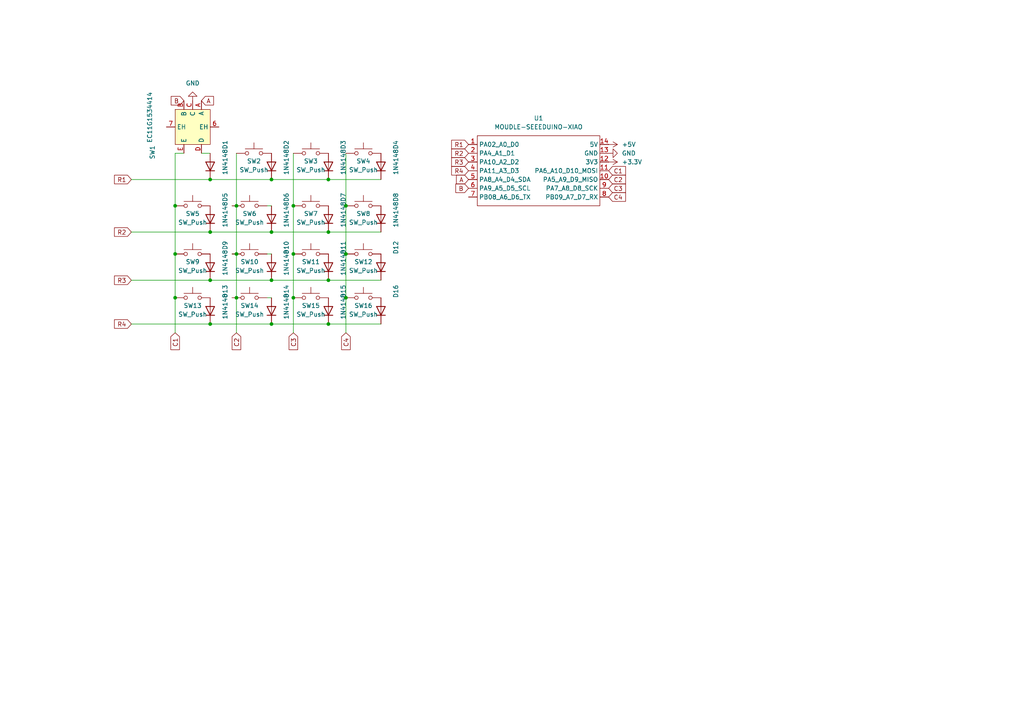
<source format=kicad_sch>
(kicad_sch (version 20231120) (generator "eeschema") (generator_version "8.0")
  (paper "A4")
  (lib_symbols
    (symbol "Diode:1N4148" (pin_numbers hide) (pin_names hide)
      (property "Reference" "D" (at 0 2.54 0))
      (property "Value" "1N4148" (at 0 -2.54 0))
      (symbol "1N4148_0_1"
        (polyline (pts (xy -1.27 1.27) (xy -1.27 -1.27)) (stroke (width 0.254)))
        (polyline (pts (xy 1.27 0) (xy -1.27 0)))
        (polyline (pts (xy 1.27 1.27) (xy 1.27 -1.27) (xy -1.27 0) (xy 1.27 1.27)) (stroke (width 0.254)))
      )
      (symbol "1N4148_1_1"
        (pin passive line (at -3.81 0 0) (length 2.54) (name "K") (number "1"))
        (pin passive line (at 3.81 0 180) (length 2.54) (name "A") (number "2"))
      )
    )
    (symbol "Switch:SW_Push" (pin_numbers hide) (pin_names (offset 1.016) hide)
      (property "Reference" "SW" (at 1.27 2.54 0))
      (property "Value" "SW_Push" (at 0 -1.524 0))
      (symbol "SW_Push_0_1"
        (circle (center -2.032 0) (radius 0.508))
        (polyline (pts (xy 0 1.27) (xy 0 3.048)))
        (polyline (pts (xy 2.54 1.27) (xy -2.54 1.27)))
        (circle (center 2.032 0) (radius 0.508))
        (pin passive line (at -5.08 0 0) (length 2.54) (name "1") (number "1"))
        (pin passive line (at 5.08 0 180) (length 2.54) (name "2") (number "2"))
      )
    )
    (symbol "XIAO_RP2040:MOUDLE-SEEEDUINO-XIAO"
      (property "Reference" "U" (at -16.51 11.43 0))
      (property "Value" "MOUDLE-SEEEDUINO-XIAO" (at -3.81 -11.43 0))
      (symbol "MOUDLE-SEEEDUINO-XIAO_0_1"
        (rectangle (start -16.51 10.16) (end 19.05 -10.16))
      )
      (symbol "MOUDLE-SEEEDUINO-XIAO_1_1"
        (pin passive line (at -19.05 7.62 0) (length 2.54) (name "PA02_A0_D0") (number "1"))
        (pin passive line (at 21.59 -2.54 180) (length 2.54) (name "PA5_A9_D9_MISO") (number "10"))
        (pin passive line (at 21.59 0 180) (length 2.54) (name "PA6_A10_D10_MOSI") (number "11"))
        (pin passive line (at 21.59 2.54 180) (length 2.54) (name "3V3") (number "12"))
        (pin passive line (at 21.59 5.08 180) (length 2.54) (name "GND") (number "13"))
        (pin passive line (at 21.59 7.62 180) (length 2.54) (name "5V") (number "14"))
        (pin passive line (at -19.05 5.08 0) (length 2.54) (name "PA4_A1_D1") (number "2"))
        (pin passive line (at -19.05 2.54 0) (length 2.54) (name "PA10_A2_D2") (number "3"))
        (pin passive line (at -19.05 0 0) (length 2.54) (name "PA11_A3_D3") (number "4"))
        (pin passive line (at -19.05 -2.54 0) (length 2.54) (name "PA8_A4_D4_SDA") (number "5"))
        (pin passive line (at -19.05 -5.08 0) (length 2.54) (name "PA9_A5_D5_SCL") (number "6"))
        (pin passive line (at -19.05 -7.62 0) (length 2.54) (name "PB08_A6_D6_TX") (number "7"))
        (pin passive line (at 21.59 -7.62 180) (length 2.54) (name "PB09_A7_D7_RX") (number "8"))
        (pin passive line (at 21.59 -5.08 180) (length 2.54) (name "PA7_A8_D8_SCK") (number "9"))
      )
    )
    (symbol "easyeda2kicad:EC11G1534414"
      (property "Reference" "SW" (at 0 12.7 0))
      (property "Value" "EC11G1534414" (at 0 -12.7 0))
      (symbol "EC11G1534414_0_1"
        (rectangle (start -5.08 5.08) (end 5.08 -5.08) (fill (type background)))
        (pin unspecified line (at -7.62 0 0) (length 2.54) (name "EH") (number "6"))
        (pin unspecified line (at 7.62 0 180) (length 2.54) (name "EH") (number "7"))
        (pin unspecified line (at -2.54 -7.62 90) (length 2.54) (name "A") (number "A"))
        (pin unspecified line (at 2.54 -7.62 90) (length 2.54) (name "B") (number "B"))
        (pin unspecified line (at 0 -7.62 90) (length 2.54) (name "C") (number "C"))
        (pin unspecified line (at -2.54 7.62 270) (length 2.54) (name "D") (number "D"))
        (pin unspecified line (at 2.54 7.62 270) (length 2.54) (name "E") (number "E"))
      )
    )
    (symbol "power:+3.3V" (power) (pin_numbers hide) (pin_names (offset 0) hide)
      (property "Value" "+3.3V" (at 0 3.556 0))
      (symbol "+3.3V_0_1"
        (polyline (pts (xy -0.762 1.27) (xy 0 2.54)))
        (polyline (pts (xy 0 0) (xy 0 2.54)))
        (polyline (pts (xy 0 2.54) (xy 0.762 1.27)))
      )
      (symbol "+3.3V_1_1"
        (pin power_in line (at 0 0 90) (length 0) (name "~") (number "1"))
      )
    )
    (symbol "power:+5V" (power) (pin_numbers hide) (pin_names (offset 0) hide)
      (property "Value" "+5V" (at 0 3.556 0))
      (symbol "+5V_0_1"
        (polyline (pts (xy -0.762 1.27) (xy 0 2.54)))
        (polyline (pts (xy 0 0) (xy 0 2.54)))
        (polyline (pts (xy 0 2.54) (xy 0.762 1.27)))
      )
      (symbol "+5V_1_1"
        (pin power_in line (at 0 0 90) (length 0) (name "~") (number "1"))
      )
    )
    (symbol "power:GND" (power) (pin_numbers hide) (pin_names (offset 0) hide)
      (property "Value" "GND" (at 0 -3.81 0))
      (symbol "GND_0_1"
        (polyline (pts (xy 0 0) (xy 0 -1.27) (xy 1.27 -1.27) (xy 0 -2.54) (xy -1.27 -1.27) (xy 0 -1.27)))
      )
      (symbol "GND_1_1"
        (pin power_in line (at 0 0 270) (length 0) (name "~") (number "1"))
      )
    )
  )
  (junction (at 60.96 93.98))
  (junction (at 78.74 93.98))
  (junction (at 95.25 93.98))
  (junction (at 78.74 52.07))
  (junction (at 60.96 52.07))
  (junction (at 68.58 59.69))
  (junction (at 60.96 67.31))
  (junction (at 100.33 73.66))
  (junction (at 68.58 73.66))
  (junction (at 78.74 67.31))
  (junction (at 50.8 86.36))
  (junction (at 85.09 59.69))
  (junction (at 100.33 86.36))
  (junction (at 95.25 52.07))
  (junction (at 50.8 73.66))
  (junction (at 95.25 67.31))
  (junction (at 68.58 86.36))
  (junction (at 100.33 59.69))
  (junction (at 85.09 73.66))
  (junction (at 60.96 81.28))
  (junction (at 50.8 59.69))
  (junction (at 85.09 86.36))
  (junction (at 95.25 81.28))
  (junction (at 78.74 81.28))
  (wire (pts (xy 38.1 52.07) (xy 60.96 52.07)))
  (wire (pts (xy 78.74 81.28) (xy 95.25 81.28)))
  (wire (pts (xy 78.74 93.98) (xy 95.25 93.98)))
  (wire (pts (xy 100.33 44.45) (xy 100.33 59.69)))
  (wire (pts (xy 50.8 44.45) (xy 53.34 44.45)))
  (wire (pts (xy 38.1 93.98) (xy 60.96 93.98)))
  (wire (pts (xy 85.09 59.69) (xy 85.09 73.66)))
  (wire (pts (xy 78.74 67.31) (xy 95.25 67.31)))
  (wire (pts (xy 38.1 81.28) (xy 60.96 81.28)))
  (wire (pts (xy 95.25 52.07) (xy 110.49 52.07)))
  (wire (pts (xy 95.25 93.98) (xy 110.49 93.98)))
  (wire (pts (xy 95.25 67.31) (xy 110.49 67.31)))
  (wire (pts (xy 68.58 44.45) (xy 68.58 59.69)))
  (wire (pts (xy 60.96 81.28) (xy 78.74 81.28)))
  (wire (pts (xy 50.8 86.36) (xy 50.8 96.52)))
  (wire (pts (xy 77.47 86.36) (xy 78.74 86.36)))
  (wire (pts (xy 60.96 52.07) (xy 78.74 52.07)))
  (wire (pts (xy 68.58 86.36) (xy 68.58 96.52)))
  (wire (pts (xy 95.25 81.28) (xy 110.49 81.28)))
  (wire (pts (xy 85.09 73.66) (xy 85.09 86.36)))
  (wire (pts (xy 68.58 73.66) (xy 68.58 86.36)))
  (wire (pts (xy 38.1 67.31) (xy 60.96 67.31)))
  (wire (pts (xy 77.47 59.69) (xy 78.74 59.69)))
  (wire (pts (xy 67.31 59.69) (xy 68.58 59.69)))
  (wire (pts (xy 67.31 86.36) (xy 68.58 86.36)))
  (wire (pts (xy 58.42 44.45) (xy 60.96 44.45)))
  (wire (pts (xy 85.09 86.36) (xy 85.09 96.52)))
  (wire (pts (xy 77.47 73.66) (xy 78.74 73.66)))
  (wire (pts (xy 100.33 86.36) (xy 100.33 96.52)))
  (wire (pts (xy 50.8 44.45) (xy 50.8 59.69)))
  (wire (pts (xy 78.74 52.07) (xy 95.25 52.07)))
  (wire (pts (xy 85.09 44.45) (xy 85.09 59.69)))
  (wire (pts (xy 60.96 67.31) (xy 78.74 67.31)))
  (wire (pts (xy 100.33 73.66) (xy 100.33 86.36)))
  (wire (pts (xy 50.8 73.66) (xy 50.8 86.36)))
  (wire (pts (xy 50.8 59.69) (xy 50.8 73.66)))
  (wire (pts (xy 100.33 59.69) (xy 100.33 73.66)))
  (wire (pts (xy 60.96 93.98) (xy 78.74 93.98)))
  (wire (pts (xy 67.31 73.66) (xy 68.58 73.66)))
  (wire (pts (xy 68.58 59.69) (xy 68.58 73.66)))
  (global_label "R1" (shape input) (at 135.89 41.91 180) (property "Intersheetrefs" "${INTERSHEET_REFS}" (effects (hide yes))))
  (global_label "C4" (shape input) (at 176.53 57.15 0) (property "Intersheetrefs" "${INTERSHEET_REFS}" (effects (hide yes))))
  (global_label "R2" (shape input) (at 135.89 44.45 180) (property "Intersheetrefs" "${INTERSHEET_REFS}" (effects (hide yes))))
  (global_label "C4" (shape input) (at 100.33 96.52 270) (property "Intersheetrefs" "${INTERSHEET_REFS}" (effects (hide yes))))
  (global_label "C2" (shape input) (at 176.53 52.07 0) (property "Intersheetrefs" "${INTERSHEET_REFS}" (effects (hide yes))))
  (global_label "C2" (shape input) (at 68.58 96.52 270) (property "Intersheetrefs" "${INTERSHEET_REFS}" (effects (hide yes))))
  (global_label "B" (shape input) (at 53.34 29.21 180) (property "Intersheetrefs" "${INTERSHEET_REFS}" (effects (hide yes))))
  (global_label "A" (shape input) (at 58.42 29.21 0) (property "Intersheetrefs" "${INTERSHEET_REFS}" (effects (hide yes))))
  (global_label "A" (shape input) (at 135.89 52.07 180) (property "Intersheetrefs" "${INTERSHEET_REFS}" (effects (hide yes))))
  (global_label "R3" (shape input) (at 38.1 81.28 180) (property "Intersheetrefs" "${INTERSHEET_REFS}" (effects (hide yes))))
  (global_label "R3" (shape input) (at 135.89 46.99 180) (property "Intersheetrefs" "${INTERSHEET_REFS}" (effects (hide yes))))
  (global_label "R1" (shape input) (at 38.1 52.07 180) (property "Intersheetrefs" "${INTERSHEET_REFS}" (effects (hide yes))))
  (global_label "C1" (shape input) (at 50.8 96.52 270) (property "Intersheetrefs" "${INTERSHEET_REFS}" (effects (hide yes))))
  (global_label "R4" (shape input) (at 135.89 49.53 180) (property "Intersheetrefs" "${INTERSHEET_REFS}" (effects (hide yes))))
  (global_label "C1" (shape input) (at 176.53 49.53 0) (property "Intersheetrefs" "${INTERSHEET_REFS}" (effects (hide yes))))
  (global_label "B" (shape input) (at 135.89 54.61 180) (property "Intersheetrefs" "${INTERSHEET_REFS}" (effects (hide yes))))
  (global_label "R4" (shape input) (at 38.1 93.98 180) (property "Intersheetrefs" "${INTERSHEET_REFS}" (effects (hide yes))))
  (global_label "C3" (shape input) (at 176.53 54.61 0) (property "Intersheetrefs" "${INTERSHEET_REFS}" (effects (hide yes))))
  (global_label "R2" (shape input) (at 38.1 67.31 180) (property "Intersheetrefs" "${INTERSHEET_REFS}" (effects (hide yes))))
  (global_label "C3" (shape input) (at 85.09 96.52 270) (property "Intersheetrefs" "${INTERSHEET_REFS}" (effects (hide yes))))
  (symbol (lib_id "Switch:SW_Push") (at 105.41 44.45 0) (unit 1)
    (property "Reference" "SW4" (at 105.41 46.736 0))
    (property "Value" "SW_Push" (at 105.41 49.276 0))
    (property "Footprint" "Extra:SW_Cherry_MX_1.00u_PCB" (effects (hide yes)))
    (property "Description" "Push button switch, generic, two pins" (effects (hide yes)))
  )
  (symbol (lib_id "Switch:SW_Push") (at 55.88 86.36 0) (unit 1)
    (property "Reference" "SW13" (at 55.88 88.646 0))
    (property "Value" "SW_Push" (at 55.88 91.186 0))
    (property "Footprint" "Extra:SW_Cherry_MX_1.00u_PCB" (effects (hide yes)))
    (property "Description" "Push button switch, generic, two pins" (effects (hide yes)))
  )
  (symbol (lib_id "Diode:1N4148") (at 78.74 48.26 90) (unit 1)
    (property "Reference" "D2" (at 83.058 40.64 0) (effects (justify right)))
    (property "Value" "1N4148" (at 83.058 43.18 0) (effects (justify right)))
    (property "Footprint" "Diode_THT:D_DO-35_SOD27_P7.62mm_Horizontal" (effects (hide yes)))
    (property "Datasheet" "https://assets.nexperia.com/documents/data-sheet/1N4148_1N4448.pdf" (effects (hide yes)))
    (property "Description" "100V 0.15A standard switching diode, DO-35" (effects (hide yes)))
    (property "Sim.Device" "D" (effects (hide yes)))
    (property "Sim.Pins" "1=K 2=A" (effects (hide yes)))
  )
  (symbol (lib_id "Switch:SW_Push") (at 90.17 44.45 0) (unit 1)
    (property "Reference" "SW3" (at 90.17 46.736 0))
    (property "Value" "SW_Push" (at 90.17 49.276 0))
    (property "Footprint" "Extra:SW_Cherry_MX_1.00u_PCB" (effects (hide yes)))
    (property "Description" "Push button switch, generic, two pins" (effects (hide yes)))
  )
  (symbol (lib_id "Diode:1N4148") (at 110.49 48.26 90) (unit 1)
    (property "Reference" "D4" (at 114.808 40.64 0) (effects (justify right)))
    (property "Value" "1N4148" (at 114.808 43.18 0) (effects (justify right)))
    (property "Footprint" "Diode_THT:D_DO-35_SOD27_P7.62mm_Horizontal" (effects (hide yes)))
    (property "Datasheet" "https://assets.nexperia.com/documents/data-sheet/1N4148_1N4448.pdf" (effects (hide yes)))
    (property "Description" "100V 0.15A standard switching diode, DO-35" (effects (hide yes)))
    (property "Sim.Device" "D" (effects (hide yes)))
    (property "Sim.Pins" "1=K 2=A" (effects (hide yes)))
  )
  (symbol (lib_id "Switch:SW_Push") (at 55.88 59.69 0) (unit 1)
    (property "Reference" "SW5" (at 55.88 61.976 0))
    (property "Value" "SW_Push" (at 55.88 64.516 0))
    (property "Footprint" "Extra:SW_Cherry_MX_1.00u_PCB" (effects (hide yes)))
    (property "Description" "Push button switch, generic, two pins" (effects (hide yes)))
  )
  (symbol (lib_id "Switch:SW_Push") (at 72.39 73.66 0) (unit 1)
    (property "Reference" "SW10" (at 72.39 75.946 0))
    (property "Value" "SW_Push" (at 72.39 78.486 0))
    (property "Footprint" "Extra:SW_Cherry_MX_1.00u_PCB" (effects (hide yes)))
    (property "Description" "Push button switch, generic, two pins" (effects (hide yes)))
  )
  (symbol (lib_id "Switch:SW_Push") (at 90.17 59.69 0) (unit 1)
    (property "Reference" "SW7" (at 90.17 61.976 0))
    (property "Value" "SW_Push" (at 90.17 64.516 0))
    (property "Footprint" "Extra:SW_Cherry_MX_1.00u_PCB" (effects (hide yes)))
    (property "Description" "Push button switch, generic, two pins" (effects (hide yes)))
  )
  (symbol (lib_id "Diode:1N4148") (at 110.49 90.17 90) (unit 1)
    (property "Reference" "D16" (at 114.808 82.55 0) (effects (justify right)))
    (property "Value" "1N4148" (effects (hide yes)))
    (property "Footprint" "Diode_THT:D_DO-35_SOD27_P7.62mm_Horizontal" (effects (hide yes)))
    (property "Datasheet" "https://assets.nexperia.com/documents/data-sheet/1N4148_1N4448.pdf" (effects (hide yes)))
    (property "Description" "100V 0.15A standard switching diode, DO-35" (effects (hide yes)))
    (property "Sim.Device" "D" (effects (hide yes)))
    (property "Sim.Pins" "1=K 2=A" (effects (hide yes)))
  )
  (symbol (lib_id "power:+3.3V") (at 176.53 46.99 270) (unit 1)
    (property "Reference" "#PWR02" (effects (hide yes)))
    (property "Value" "+3.3V" (at 180.34 46.9899 90) (effects (justify left)))
    (property "Description" "Power symbol creates a global label with name \"+3.3V\"" (effects (hide yes)))
  )
  (symbol (lib_id "Diode:1N4148") (at 95.25 48.26 90) (unit 1)
    (property "Reference" "D3" (at 99.568 40.64 0) (effects (justify right)))
    (property "Value" "1N4148" (at 99.568 43.18 0) (effects (justify right)))
    (property "Footprint" "Diode_THT:D_DO-35_SOD27_P7.62mm_Horizontal" (effects (hide yes)))
    (property "Datasheet" "https://assets.nexperia.com/documents/data-sheet/1N4148_1N4448.pdf" (effects (hide yes)))
    (property "Description" "100V 0.15A standard switching diode, DO-35" (effects (hide yes)))
    (property "Sim.Device" "D" (effects (hide yes)))
    (property "Sim.Pins" "1=K 2=A" (effects (hide yes)))
  )
  (symbol (lib_id "Diode:1N4148") (at 110.49 77.47 90) (unit 1)
    (property "Reference" "D12" (at 114.808 69.85 0) (effects (justify right)))
    (property "Value" "1N4148" (effects (hide yes)))
    (property "Footprint" "Diode_THT:D_DO-35_SOD27_P7.62mm_Horizontal" (effects (hide yes)))
    (property "Datasheet" "https://assets.nexperia.com/documents/data-sheet/1N4148_1N4448.pdf" (effects (hide yes)))
    (property "Description" "100V 0.15A standard switching diode, DO-35" (effects (hide yes)))
    (property "Sim.Device" "D" (effects (hide yes)))
    (property "Sim.Pins" "1=K 2=A" (effects (hide yes)))
  )
  (symbol (lib_id "power:GND") (at 176.53 44.45 90) (unit 1)
    (property "Reference" "#PWR03" (effects (hide yes)))
    (property "Value" "GND" (at 180.34 44.4499 90) (effects (justify right)))
    (property "Description" "Power symbol creates a global label with name \"GND\" , ground" (effects (hide yes)))
  )
  (symbol (lib_id "power:+5V") (at 176.53 41.91 270) (unit 1)
    (property "Reference" "#PWR01" (effects (hide yes)))
    (property "Value" "+5V" (at 180.34 41.9099 90) (effects (justify left)))
    (property "Description" "Power symbol creates a global label with name \"+5V\"" (effects (hide yes)))
  )
  (symbol (lib_id "Diode:1N4148") (at 78.74 77.47 90) (unit 1)
    (property "Reference" "D10" (at 83.058 69.85 0) (effects (justify right)))
    (property "Value" "1N4148" (at 83.058 72.39 0) (effects (justify right)))
    (property "Footprint" "Diode_THT:D_DO-35_SOD27_P7.62mm_Horizontal" (effects (hide yes)))
    (property "Datasheet" "https://assets.nexperia.com/documents/data-sheet/1N4148_1N4448.pdf" (effects (hide yes)))
    (property "Description" "100V 0.15A standard switching diode, DO-35" (effects (hide yes)))
    (property "Sim.Device" "D" (effects (hide yes)))
    (property "Sim.Pins" "1=K 2=A" (effects (hide yes)))
  )
  (symbol (lib_id "power:GND") (at 55.88 29.21 180) (unit 1)
    (property "Reference" "#PWR04" (effects (hide yes)))
    (property "Value" "GND" (at 55.88 24.13 0))
    (property "Description" "Power symbol creates a global label with name \"GND\" , ground" (effects (hide yes)))
  )
  (symbol (lib_id "Switch:SW_Push") (at 72.39 59.69 0) (unit 1)
    (property "Reference" "SW6" (at 72.39 61.976 0))
    (property "Value" "SW_Push" (at 72.39 64.516 0))
    (property "Footprint" "Extra:SW_Cherry_MX_1.00u_PCB" (effects (hide yes)))
    (property "Description" "Push button switch, generic, two pins" (effects (hide yes)))
  )
  (symbol (lib_id "Diode:1N4148") (at 110.49 63.5 90) (unit 1)
    (property "Reference" "D8" (at 114.808 55.88 0) (effects (justify right)))
    (property "Value" "1N4148" (at 114.808 58.42 0) (effects (justify right)))
    (property "Footprint" "Diode_THT:D_DO-35_SOD27_P7.62mm_Horizontal" (effects (hide yes)))
    (property "Datasheet" "https://assets.nexperia.com/documents/data-sheet/1N4148_1N4448.pdf" (effects (hide yes)))
    (property "Description" "100V 0.15A standard switching diode, DO-35" (effects (hide yes)))
    (property "Sim.Device" "D" (effects (hide yes)))
    (property "Sim.Pins" "1=K 2=A" (effects (hide yes)))
  )
  (symbol (lib_id "Switch:SW_Push") (at 105.41 59.69 0) (unit 1)
    (property "Reference" "SW8" (at 105.41 61.976 0))
    (property "Value" "SW_Push" (at 105.41 64.516 0))
    (property "Footprint" "Extra:SW_Cherry_MX_1.00u_PCB" (effects (hide yes)))
    (property "Description" "Push button switch, generic, two pins" (effects (hide yes)))
  )
  (symbol (lib_id "Diode:1N4148") (at 78.74 63.5 90) (unit 1)
    (property "Reference" "D6" (at 83.058 55.88 0) (effects (justify right)))
    (property "Value" "1N4148" (at 83.058 58.42 0) (effects (justify right)))
    (property "Footprint" "Diode_THT:D_DO-35_SOD27_P7.62mm_Horizontal" (effects (hide yes)))
    (property "Datasheet" "https://assets.nexperia.com/documents/data-sheet/1N4148_1N4448.pdf" (effects (hide yes)))
    (property "Description" "100V 0.15A standard switching diode, DO-35" (effects (hide yes)))
    (property "Sim.Device" "D" (effects (hide yes)))
    (property "Sim.Pins" "1=K 2=A" (effects (hide yes)))
  )
  (symbol (lib_id "Switch:SW_Push") (at 73.66 44.45 0) (unit 1)
    (property "Reference" "SW2" (at 73.66 46.736 0))
    (property "Value" "SW_Push" (at 73.66 49.276 0))
    (property "Footprint" "Extra:SW_Cherry_MX_1.00u_PCB" (effects (hide yes)))
    (property "Description" "Push button switch, generic, two pins" (effects (hide yes)))
  )
  (symbol (lib_id "Switch:SW_Push") (at 55.88 73.66 0) (unit 1)
    (property "Reference" "SW9" (at 55.88 75.946 0))
    (property "Value" "SW_Push" (at 55.88 78.486 0))
    (property "Footprint" "Extra:SW_Cherry_MX_1.00u_PCB" (effects (hide yes)))
    (property "Description" "Push button switch, generic, two pins" (effects (hide yes)))
  )
  (symbol (lib_id "Switch:SW_Push") (at 105.41 86.36 0) (unit 1)
    (property "Reference" "SW16" (at 105.41 88.646 0))
    (property "Value" "SW_Push" (at 105.41 91.186 0))
    (property "Footprint" "Extra:SW_Cherry_MX_1.00u_PCB" (effects (hide yes)))
    (property "Description" "Push button switch, generic, two pins" (effects (hide yes)))
  )
  (symbol (lib_id "Diode:1N4148") (at 78.74 90.17 90) (unit 1)
    (property "Reference" "D14" (at 83.058 82.55 0) (effects (justify right)))
    (property "Value" "1N4148" (at 83.058 85.09 0) (effects (justify right)))
    (property "Footprint" "Diode_THT:D_DO-35_SOD27_P7.62mm_Horizontal" (effects (hide yes)))
    (property "Datasheet" "https://assets.nexperia.com/documents/data-sheet/1N4148_1N4448.pdf" (effects (hide yes)))
    (property "Description" "100V 0.15A standard switching diode, DO-35" (effects (hide yes)))
    (property "Sim.Device" "D" (effects (hide yes)))
    (property "Sim.Pins" "1=K 2=A" (effects (hide yes)))
  )
  (symbol (lib_id "easyeda2kicad:EC11G1534414") (at 55.88 36.83 180) (unit 1)
    (property "Reference" "SW1" (at 44.196 44.196 90))
    (property "Value" "EC11G1534414" (at 43.434 34.036 90))
    (property "Footprint" "easyeda2kicad:SW-TH_EC11G1534414" (effects (hide yes)))
    (property "Datasheet" "https://lcsc.com/product-detail/Coded-Rotary-Switches_ALPSALPINE-EC11G1534414_C1322547.html" (effects (hide yes)))
    (property "LCSC Part" "C1322547" (effects (hide yes)))
  )
  (symbol (lib_id "Diode:1N4148") (at 95.25 63.5 90) (unit 1)
    (property "Reference" "D7" (at 99.568 55.88 0) (effects (justify right)))
    (property "Value" "1N4148" (at 99.568 58.42 0) (effects (justify right)))
    (property "Footprint" "Diode_THT:D_DO-35_SOD27_P7.62mm_Horizontal" (effects (hide yes)))
    (property "Datasheet" "https://assets.nexperia.com/documents/data-sheet/1N4148_1N4448.pdf" (effects (hide yes)))
    (property "Description" "100V 0.15A standard switching diode, DO-35" (effects (hide yes)))
    (property "Sim.Device" "D" (effects (hide yes)))
    (property "Sim.Pins" "1=K 2=A" (effects (hide yes)))
  )
  (symbol (lib_id "Diode:1N4148") (at 60.96 77.47 90) (unit 1)
    (property "Reference" "D9" (at 65.278 69.85 0) (effects (justify right)))
    (property "Value" "1N4148" (at 65.278 72.39 0) (effects (justify right)))
    (property "Footprint" "Diode_THT:D_DO-35_SOD27_P7.62mm_Horizontal" (effects (hide yes)))
    (property "Datasheet" "https://assets.nexperia.com/documents/data-sheet/1N4148_1N4448.pdf" (effects (hide yes)))
    (property "Description" "100V 0.15A standard switching diode, DO-35" (effects (hide yes)))
    (property "Sim.Device" "D" (effects (hide yes)))
    (property "Sim.Pins" "1=K 2=A" (effects (hide yes)))
  )
  (symbol (lib_id "Diode:1N4148") (at 95.25 77.47 90) (unit 1)
    (property "Reference" "D11" (at 99.568 69.85 0) (effects (justify right)))
    (property "Value" "1N4148" (at 99.568 72.39 0) (effects (justify right)))
    (property "Footprint" "Diode_THT:D_DO-35_SOD27_P7.62mm_Horizontal" (effects (hide yes)))
    (property "Datasheet" "https://assets.nexperia.com/documents/data-sheet/1N4148_1N4448.pdf" (effects (hide yes)))
    (property "Description" "100V 0.15A standard switching diode, DO-35" (effects (hide yes)))
    (property "Sim.Device" "D" (effects (hide yes)))
    (property "Sim.Pins" "1=K 2=A" (effects (hide yes)))
  )
  (symbol (lib_id "Switch:SW_Push") (at 90.17 73.66 0) (unit 1)
    (property "Reference" "SW11" (at 90.17 75.946 0))
    (property "Value" "SW_Push" (at 90.17 78.486 0))
    (property "Footprint" "Extra:SW_Cherry_MX_1.00u_PCB" (effects (hide yes)))
    (property "Description" "Push button switch, generic, two pins" (effects (hide yes)))
  )
  (symbol (lib_id "Diode:1N4148") (at 60.96 90.17 90) (unit 1)
    (property "Reference" "D13" (at 65.278 82.55 0) (effects (justify right)))
    (property "Value" "1N4148" (at 65.278 85.09 0) (effects (justify right)))
    (property "Footprint" "Diode_THT:D_DO-35_SOD27_P7.62mm_Horizontal" (effects (hide yes)))
    (property "Datasheet" "https://assets.nexperia.com/documents/data-sheet/1N4148_1N4448.pdf" (effects (hide yes)))
    (property "Description" "100V 0.15A standard switching diode, DO-35" (effects (hide yes)))
    (property "Sim.Device" "D" (effects (hide yes)))
    (property "Sim.Pins" "1=K 2=A" (effects (hide yes)))
  )
  (symbol (lib_id "Switch:SW_Push") (at 72.39 86.36 0) (unit 1)
    (property "Reference" "SW14" (at 72.39 88.646 0))
    (property "Value" "SW_Push" (at 72.39 91.186 0))
    (property "Footprint" "Extra:SW_Cherry_MX_1.00u_PCB" (effects (hide yes)))
    (property "Description" "Push button switch, generic, two pins" (effects (hide yes)))
  )
  (symbol (lib_id "Diode:1N4148") (at 60.96 63.5 90) (unit 1)
    (property "Reference" "D5" (at 65.278 55.88 0) (effects (justify right)))
    (property "Value" "1N4148" (at 65.278 58.42 0) (effects (justify right)))
    (property "Footprint" "Diode_THT:D_DO-35_SOD27_P7.62mm_Horizontal" (effects (hide yes)))
    (property "Datasheet" "https://assets.nexperia.com/documents/data-sheet/1N4148_1N4448.pdf" (effects (hide yes)))
    (property "Description" "100V 0.15A standard switching diode, DO-35" (effects (hide yes)))
    (property "Sim.Device" "D" (effects (hide yes)))
    (property "Sim.Pins" "1=K 2=A" (effects (hide yes)))
  )
  (symbol (lib_id "Switch:SW_Push") (at 90.17 86.36 0) (unit 1)
    (property "Reference" "SW15" (at 90.17 88.646 0))
    (property "Value" "SW_Push" (at 90.17 91.186 0))
    (property "Footprint" "Extra:SW_Cherry_MX_1.00u_PCB" (effects (hide yes)))
    (property "Description" "Push button switch, generic, two pins" (effects (hide yes)))
  )
  (symbol (lib_id "Switch:SW_Push") (at 105.41 73.66 0) (unit 1)
    (property "Reference" "SW12" (at 105.41 75.946 0))
    (property "Value" "SW_Push" (at 105.41 78.486 0))
    (property "Footprint" "Extra:SW_Cherry_MX_1.00u_PCB" (effects (hide yes)))
    (property "Description" "Push button switch, generic, two pins" (effects (hide yes)))
  )
  (symbol (lib_id "Diode:1N4148") (at 95.25 90.17 90) (unit 1)
    (property "Reference" "D15" (at 99.568 82.55 0) (effects (justify right)))
    (property "Value" "1N4148" (at 99.568 85.09 0) (effects (justify right)))
    (property "Footprint" "Diode_THT:D_DO-35_SOD27_P7.62mm_Horizontal" (effects (hide yes)))
    (property "Datasheet" "https://assets.nexperia.com/documents/data-sheet/1N4148_1N4448.pdf" (effects (hide yes)))
    (property "Description" "100V 0.15A standard switching diode, DO-35" (effects (hide yes)))
    (property "Sim.Device" "D" (effects (hide yes)))
    (property "Sim.Pins" "1=K 2=A" (effects (hide yes)))
  )
  (symbol (lib_id "Diode:1N4148") (at 60.96 48.26 90) (unit 1)
    (property "Reference" "D1" (at 65.278 40.64 0) (effects (justify right)))
    (property "Value" "1N4148" (at 65.278 43.18 0) (effects (justify right)))
    (property "Footprint" "Diode_THT:D_DO-35_SOD27_P7.62mm_Horizontal" (effects (hide yes)))
    (property "Datasheet" "https://assets.nexperia.com/documents/data-sheet/1N4148_1N4448.pdf" (effects (hide yes)))
    (property "Description" "100V 0.15A standard switching diode, DO-35" (effects (hide yes)))
    (property "Sim.Device" "D" (effects (hide yes)))
    (property "Sim.Pins" "1=K 2=A" (effects (hide yes)))
  )
  (symbol (lib_id "XIAO_RP2040:MOUDLE-SEEEDUINO-XIAO") (at 154.94 49.53 0) (unit 1)
    (property "Reference" "U1" (at 156.21 34.29 0))
    (property "Value" "MOUDLE-SEEEDUINO-XIAO" (at 156.21 36.83 0))
    (property "Footprint" "Seeed Studio XIAO Series Library:XIAO-RP2040-DIP" (effects (hide yes)))
  )
)
</source>
